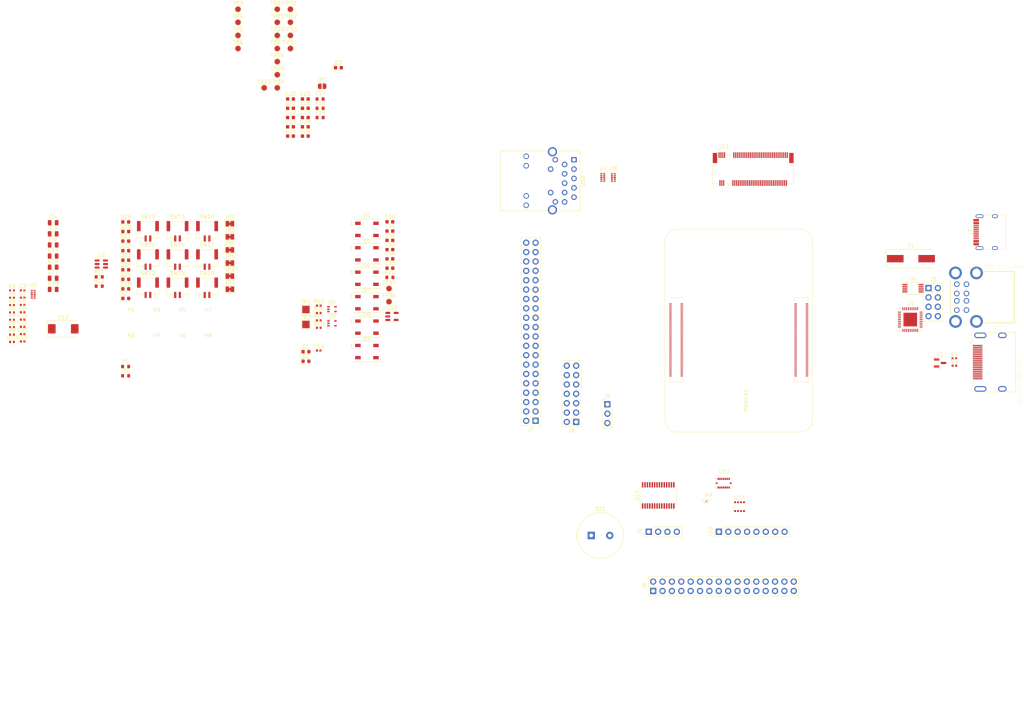
<source format=kicad_pcb>
(kicad_pcb (version 20230410) (generator pcbnew)
  (layers (0 "F.Cu" signal "Top Layer") (1 "In1.Cu" signal) (2 "In2.Cu" signal) (31 "B.Cu" signal "Bottom Layer") (34 "B.Paste" user "Bottom Paste") (35 "F.Paste" user "Top Paste") (36 "B.SilkS" user "Bottom Overlay") (37 "F.SilkS" user "Top Overlay") (38 "B.Mask" user "Bottom Solder") (39 "F.Mask" user "Top Solder") (44 "Edge.Cuts" user))
  (net 0 "")
  (net 1 "/Sensors/LED0")
  (net 2 "GND")
  (net 3 "/+5v")
  (net 4 "/CM4_HighSpeed/HDMI_5v")
  (net 5 "Net-(U3-XTALIN{slash}CLKIN)")
  (net 6 "/+3.3v")
  (net 7 "Net-(U3-XTALOUT)")
  (net 8 "/USB2-HUB/VBUS")
  (net 9 "Net-(C19-Pad1)")
  (net 10 "Net-(D1-K)")
  (net 11 "Net-(D2-K)")
  (net 12 "Net-(D3-K)")
  (net 13 "Net-(D3-A)")
  (net 14 "Net-(D4-DOUT)")
  (net 15 "Net-(D4-DIN)")
  (net 16 "Net-(D5-DOUT)")
  (net 17 "Net-(D19-K)")
  (net 19 "Net-(D6-DOUT)")
  (net 20 "Net-(D19-A)")
  (net 22 "Net-(D7-DOUT)")
  (net 23 "Net-(D20-K)")
  (net 25 "Net-(D8-DOUT)")
  (net 26 "Net-(D20-A)")
  (net 29 "Net-(D21-K)")
  (net 30 "/CM4_HighSpeed/HDMI0_HOTPLUG")
  (net 31 "/CM4_HighSpeed/HDMI0_SDA")
  (net 32 "/CM4_HighSpeed/HDMI0_SCL")
  (net 34 "/CM4_HighSpeed/HDMI0_CEC")
  (net 35 "/CM4_HighSpeed/HDMI0_CK_N")
  (net 36 "/CM4_HighSpeed/HDMI0_CK_P")
  (net 37 "/CM4_HighSpeed/HDMI0_D0_N")
  (net 38 "/CM4_HighSpeed/HDMI0_D0_P")
  (net 39 "/CM4_HighSpeed/HDMI0_D1_N")
  (net 40 "/CM4_HighSpeed/HDMI0_D1_P")
  (net 41 "/CM4_HighSpeed/HDMI0_D2_N")
  (net 42 "/CM4_HighSpeed/HDMI0_D2_P")
  (net 43 "/USB2-HUB/CC1")
  (net 44 "/USB2-HUB/USBD_P")
  (net 45 "/USB2-HUB/USBD_N")
  (net 47 "/USB2-HUB/CC2")
  (net 50 "/USB2-HUB/HD3_N")
  (net 51 "/USB2-HUB/HD4_N")
  (net 52 "/USB2-HUB/HD3_P")
  (net 53 "/USB2-HUB/HD4_P")
  (net 54 "/USB2-HUB/HD1_N")
  (net 55 "/USB2-HUB/HD1_P")
  (net 56 "/USB2-HUB/HD2_N")
  (net 57 "/USB2-HUB/HD2_P")
  (net 58 "/CM4_GPIO ( Ethernet, GPIO, SDCARD)/nRPIBOOT")
  (net 59 "/CM4_GPIO ( Ethernet, GPIO, SDCARD)/EEPROM_nWP")
  (net 60 "/CM4_GPIO ( Ethernet, GPIO, SDCARD)/AIN0")
  (net 61 "/CM4_GPIO ( Ethernet, GPIO, SDCARD)/AIN1")
  (net 62 "/CM4_GPIO ( Ethernet, GPIO, SDCARD)/SYNC_IN")
  (net 63 "/CM4_GPIO ( Ethernet, GPIO, SDCARD)/SYNC_OUT")
  (net 64 "/CM4_GPIO ( Ethernet, GPIO, SDCARD)/TV_OUT")
  (net 65 "Net-(J5-Pin_13)")
  (net 66 "/GLOBAL_EN")
  (net 67 "/CM4_GPIO ( Ethernet, GPIO, SDCARD)/WL_nDis")
  (net 68 "/CM4_GPIO ( Ethernet, GPIO, SDCARD)/BT_nDis")
  (net 69 "/CM4_GPIO ( Ethernet, GPIO, SDCARD)/GPIO2")
  (net 70 "/CM4_GPIO ( Ethernet, GPIO, SDCARD)/GPIO3")
  (net 71 "/CM4_GPIO ( Ethernet, GPIO, SDCARD)/GPIO4")
  (net 72 "/CM4_GPIO ( Ethernet, GPIO, SDCARD)/GPIO14")
  (net 73 "/CM4_GPIO ( Ethernet, GPIO, SDCARD)/GPIO15")
  (net 74 "/CM4_GPIO ( Ethernet, GPIO, SDCARD)/GPIO17")
  (net 75 "/CM4_GPIO ( Ethernet, GPIO, SDCARD)/GPIO18")
  (net 76 "/CM4_GPIO ( Ethernet, GPIO, SDCARD)/GPIO27")
  (net 77 "/CM4_GPIO ( Ethernet, GPIO, SDCARD)/GPIO22")
  (net 78 "/CM4_GPIO ( Ethernet, GPIO, SDCARD)/GPIO23")
  (net 79 "/CM4_GPIO ( Ethernet, GPIO, SDCARD)/GPIO24")
  (net 80 "/CM4_GPIO ( Ethernet, GPIO, SDCARD)/GPIO10")
  (net 81 "/CM4_GPIO ( Ethernet, GPIO, SDCARD)/GPIO9")
  (net 82 "/CM4_GPIO ( Ethernet, GPIO, SDCARD)/GPIO25")
  (net 83 "/CM4_GPIO ( Ethernet, GPIO, SDCARD)/GPIO11")
  (net 84 "/CM4_GPIO ( Ethernet, GPIO, SDCARD)/GPIO8")
  (net 85 "/CM4_GPIO ( Ethernet, GPIO, SDCARD)/GPIO7")
  (net 86 "/CM4_GPIO ( Ethernet, GPIO, SDCARD)/ID_SD")
  (net 87 "/CM4_GPIO ( Ethernet, GPIO, SDCARD)/ID_SC")
  (net 88 "/CM4_GPIO ( Ethernet, GPIO, SDCARD)/GPIO5")
  (net 89 "/CM4_GPIO ( Ethernet, GPIO, SDCARD)/GPIO6")
  (net 90 "/CM4_GPIO ( Ethernet, GPIO, SDCARD)/GPIO12")
  (net 91 "/CM4_GPIO ( Ethernet, GPIO, SDCARD)/GPIO13")
  (net 92 "/CM4_GPIO ( Ethernet, GPIO, SDCARD)/GPIO19")
  (net 93 "/CM4_GPIO ( Ethernet, GPIO, SDCARD)/GPIO16")
  (net 94 "/CM4_GPIO ( Ethernet, GPIO, SDCARD)/GPIO26")
  (net 95 "/CM4_GPIO ( Ethernet, GPIO, SDCARD)/GPIO20")
  (net 96 "/CM4_GPIO ( Ethernet, GPIO, SDCARD)/GPIO21")
  (net 97 "/CM4_GPIO ( Ethernet, GPIO, SDCARD)/SCL0")
  (net 98 "/CM4_GPIO ( Ethernet, GPIO, SDCARD)/SDA0")
  (net 99 "Net-(JP1-B)")
  (net 100 "/CM4_GPIO ( Ethernet, GPIO, SDCARD)/TRD3_P")
  (net 101 "/CM4_GPIO ( Ethernet, GPIO, SDCARD)/TRD1_P")
  (net 102 "/CM4_GPIO ( Ethernet, GPIO, SDCARD)/TRD3_N")
  (net 103 "/CM4_GPIO ( Ethernet, GPIO, SDCARD)/TRD1_N")
  (net 104 "/CM4_GPIO ( Ethernet, GPIO, SDCARD)/TRD2_N")
  (net 105 "/CM4_GPIO ( Ethernet, GPIO, SDCARD)/TRD0_N")
  (net 106 "/CM4_GPIO ( Ethernet, GPIO, SDCARD)/TRD2_P")
  (net 107 "/CM4_GPIO ( Ethernet, GPIO, SDCARD)/TRD0_P")
  (net 108 "/CM4_GPIO ( Ethernet, GPIO, SDCARD)/ETH_LEDY")
  (net 109 "/CM4_GPIO ( Ethernet, GPIO, SDCARD)/ETH_LEDG")
  (net 111 "Net-(Module1A-PI_nLED_Activity)")
  (net 112 "/CM4_GPIO ( Ethernet, GPIO, SDCARD)/SD_CLK")
  (net 113 "/CM4_GPIO ( Ethernet, GPIO, SDCARD)/SD_DAT3")
  (net 114 "/CM4_GPIO ( Ethernet, GPIO, SDCARD)/SD_CMD")
  (net 115 "/CM4_GPIO ( Ethernet, GPIO, SDCARD)/SD_DAT0")
  (net 117 "/CM4_GPIO ( Ethernet, GPIO, SDCARD)/SD_DAT1")
  (net 119 "/CM4_GPIO ( Ethernet, GPIO, SDCARD)/SD_DAT2")
  (net 123 "/CM4_GPIO ( Ethernet, GPIO, SDCARD)/SD_PWR_ON")
  (net 124 "/CM4_GPIO ( Ethernet, GPIO, SDCARD)/Reserved")
  (net 125 "/CM4_GPIO ( Ethernet, GPIO, SDCARD)/+1.8v")
  (net 126 "/CM4_GPIO ( Ethernet, GPIO, SDCARD)/RUN_PG")
  (net 127 "/CM4_GPIO ( Ethernet, GPIO, SDCARD)/nPWR_LED")
  (net 128 "/CM4_GPIO ( Ethernet, GPIO, SDCARD)/CAM_GPIO")
  (net 129 "/nEXTRST")
  (net 130 "/CM4_HighSpeed/USBOTG_ID")
  (net 131 "/CM4_HighSpeed/PCIE_CLK_nREQ")
  (net 132 "/CM4_HighSpeed/USB2_N")
  (net 134 "/CM4_HighSpeed/USB2_P")
  (net 136 "/CM4_HighSpeed/PCIE_nRST")
  (net 187 "Net-(U3-SCL{slash}SMBCLK{slash}CFG_SEL0)")
  (net 188 "Net-(U3-SDA{slash}SMBDATA{slash}NON_REM1)")
  (net 189 "Net-(U3-SUSP_IND{slash}LOCAL_PWR{slash}NON_REM0)")
  (net 190 "Net-(U3-RBIAS)")
  (net 191 "Net-(U3-HS_IND{slash}CFG_SEL1)")
  (net 192 "Net-(U2-ILIM)")
  (net 193 "Net-(U10-LEDG_K)")
  (net 194 "Net-(U10-LEDY_K)")
  (net 195 "+3.3V")
  (net 196 "Net-(U15-Y)")
  (net 197 "/USB2-HUB/PWR1")
  (net 198 "/USB2-HUB/nOCS1")
  (net 204 "/USB2-HUB/USBH_N")
  (net 205 "/USB2-HUB/USBH_P")
  (net 207 "Net-(U5-D1+)")
  (net 208 "Net-(U5-D1-)")
  (net 214 "Net-(D21-A)")
  (net 215 "Net-(D22-A)")
  (net 216 "Net-(D23-A)")
  (net 217 "Net-(D24-A)")
  (net 218 "Net-(D25-A)")
  (net 219 "Net-(D26-A)")
  (net 220 "Net-(D27-A)")
  (net 221 "Net-(J8-Pin_2)")
  (net 222 "Net-(J8-Pin_3)")
  (net 223 "Net-(J8-Pin_4)")
  (net 224 "Net-(J8-Pin_5)")
  (net 225 "Net-(J8-Pin_6)")
  (net 226 "Net-(J8-Pin_7)")
  (net 227 "Net-(J8-Pin_8)")
  (net 228 "Net-(J8-Pin_9)")
  (net 229 "Net-(J8-Pin_10)")
  (net 230 "Net-(J8-Pin_11)")
  (net 231 "Net-(J8-Pin_12)")
  (net 232 "Net-(J8-Pin_13)")
  (net 233 "Net-(J8-Pin_14)")
  (net 234 "Net-(J8-Pin_15)")
  (net 235 "Net-(J8-Pin_16)")
  (net 240 "Net-(JP2-A)")
  (net 241 "Net-(JP3-A)")
  (net 242 "Net-(JP4-A)")
  (net 243 "Net-(R14-Pad2)")
  (net 244 "Net-(U14-~{OE})")
  (net 245 "Net-(U12-INT1)")
  (net 246 "Net-(U12-INT2)")
  (net 247 "Net-(U12-INT3)")
  (net 248 "Net-(U12-INT4)")
  (net 251 "/Connectors/RX")
  (net 252 "/Connectors/TX")
  (net 256 "/Connectors/+5v")
  (footprint "TestPoint:TestPoint_Pad_2.0x2.0mm" (layer "F.Cu") (at 33.315 93.625)
    (fp_text reference "TP2")
    (fp_text value "TestPoint")
  )
  (footprint "Resistor_SMD:R_0402_1005Metric" (layer "F.Cu") (at -46.325 86.425)
    (fp_text reference "R4")
    (fp_text value "36K 1%")
  )
  (footprint "Capacitor_SMD:C_0402_1005Metric" (layer "F.Cu") (at -43.435 88.365)
    (fp_text reference "C8")
    (fp_text value "100n")
  )
  (footprint "Connector_JST:JST_GH_BM02B-GHS-TBT_1x02-1MP_P1.25mm_Vertical" (layer "F.Cu") (at -1.475 76.035)
    (fp_text reference "SW14")
    (fp_text value "KEYSW")
  )
  (footprint "Capacitor_SMD:C_0805_2012Metric" (layer "F.Cu") (at -35.165 84.125)
    (fp_text reference "C18")
    (fp_text value "10u")
  )
  (footprint "Connector_USB:USB_C_Receptacle_HRO_TYPE-C-31-M-12" (layer "F.Cu") (at 218.95 68.62 90)
    (fp_text reference "J2")
    (fp_text value "USB_C_Receptacle_USB2.0")
  )
  (footprint "TestPoint:TestPoint_Pad_D1.5mm" (layer "F.Cu") (at 22.015 29.515)
    (fp_text reference "TP23")
    (fp_text value "~")
  )
  (footprint "Resistor_SMD:R_0402_1005Metric" (layer "F.Cu") (at 36.795 94.515)
    (fp_text reference "R16")
    (fp_text value "470R")
  )
  (footprint "MountingHole:MountingHole_2.7mm_M2.5" (layer "F.Cu") (at -14.065 100.295)
    (fp_text reference "H2")
    (fp_text value "MountingHole")
  )
  (footprint "Jumper:SolderJumper-2_P1.3mm_Bridged_Pad1.0x1.5mm" (layer "F.Cu") (at 12.715 69.885)
    (fp_text reference "JP3")
    (fp_text value "Jumper")
  )
  (footprint "LED_SMD:LED_WS2812B_PLCC4_5.0x5.0mm_P3.2mm" (layer "F.Cu") (at 49.85 94.35)
    (fp_text reference "D8")
    (fp_text value "WS2812B")
  )
  (footprint "TestPoint:TestPoint_Pad_D1.5mm" (layer "F.Cu") (at 14.915 18.865)
    (fp_text reference "TP6")
    (fp_text value "~")
  )
  (footprint "Resistor_SMD:R_0402_1005Metric" (layer "F.Cu") (at 36.795 92.525)
    (fp_text reference "R15")
    (fp_text value "470R")
  )
  (footprint "Diode_SMD:D_0603_1608Metric" (layer "F.Cu") (at -15.495 68.445)
    (fp_text reference "D20")
    (fp_text value "1N4148")
  )
  (footprint "Connector_PinHeader_2.54mm:PinHeader_2x04_P2.54mm_Vertical" (layer "F.Cu") (at 202 83.76)
    (fp_text reference "J3")
    (fp_text value "Conn_02x04")
  )
  (footprint "Package_TO_SOT_SMD:SOT-353_SC-70-5" (layer "F.Cu") (at 40.375 89.475)
    (fp_text reference "U6")
    (fp_text value "74LVC1G07SE-7")
  )
  (footprint "Capacitor_SMD:C_0402_1005Metric" (layer "F.Cu") (at -43.435 84.425)
    (fp_text reference "C3")
    (fp_text value "27pF")
  )
  (footprint "TestPoint:TestPoint_Pad_D1.5mm" (layer "F.Cu") (at 25.565 22.415)
    (fp_text reference "TP28")
    (fp_text value "~")
  )
  (footprint "Capacitor_SMD:C_0402_1005Metric" (layer "F.Cu") (at -43.435 90.335)
    (fp_text reference "C9")
    (fp_text value "100n")
  )
  (footprint "MountingHole:MountingHole_2.7mm_M2.5" (layer "F.Cu") (at -0.165 93.345)
    (fp_text reference "H5")
    (fp_text value "MountingHole")
  )
  (footprint "LED_SMD:LED_0603_1608Metric" (layer "F.Cu") (at 33.335 100.995)
    (fp_text reference "D1")
    (fp_text value "LED Green")
  )
  (footprint "MountingHole:MountingHole_2.7mm_M2.5" (layer "F.Cu") (at 6.785 93.345)
    (fp_text reference "H7")
    (fp_text value "MountingHole")
  )
  (footprint "Resistor_SMD:R_0603_1608Metric" (layer "F.Cu") (at 37.165 35.055)
    (fp_text reference "R18")
    (fp_text value "10k")
  )
  (footprint "Connector_JST:JST_GH_BM02B-GHS-TBT_1x02-1MP_P1.25mm_Vertical" (layer "F.Cu") (at -1.475 83.685)
    (fp_text reference "SW15")
    (fp_text value "KEYSW")
  )
  (footprint "Resistor_SMD:R_0402_1005Metric" (layer "F.Cu") (at -46.325 84.435)
    (fp_text reference "R3")
    (fp_text value "36K 1%")
  )
  (footprint "MountingHole:MountingHole_2.7mm_M2.5" (layer "F.Cu") (at -0.165 100.295)
    (fp_text reference "H6")
    (fp_text value "MountingHole")
  )
  (footprint "Resistor_SMD:R_0603_1608Metric" (layer "F.Cu") (at -15.535 107.535)
    (fp_text reference "R2")
    (fp_text value "10k")
  )
  (footprint "Connector_JST:JST_GH_BM02B-GHS-TBT_1x02-1MP_P1.25mm_Vertical" (layer "F.Cu") (at 6.535 68.385)
    (fp_text reference "SW16")
    (fp_text value "KEYSW")
  )
  (footprint "Package_SO:TSSOP-28_4.4x9.7mm_P0.65mm" (layer "F.Cu") (at 128.775 139.9375 90)
    (fp_text reference "U14")
    (fp_text value "PCA9685PW")
  )
  (footprint "Resistor_SMD:R_0402_1005Metric" (layer "F.Cu") (at -46.325 88.415)
    (fp_text reference "R5")
    (fp_text value "36K 1%")
  )
  (footprint "Resistor_SMD:R_0402_1005Metric" (layer "F.Cu") (at -46.325 96.375)
    (fp_text reference "R9")
    (fp_text value "2.2K 1%")
  )
  (footprint "TestPoint:TestPoint_Pad_D1.5mm" (layer "F.Cu") (at 25.565 8.215)
    (fp_text reference "TP24")
    (fp_text value "~")
  )
  (footprint "Connector_PinHeader_2.54mm:PinHeader_2x16_P2.54mm_Vertical" (layer "F.Cu") (at 127.4 165.84 90)
    (fp_text reference "J8")
    (fp_text value "Conn_02x16_Top_Bottom")
  )
  (footprint "Package_LGA:Bosch_LGA-8_3x3mm_P0.8mm_ClockwisePinNumbering" (layer "F.Cu") (at 150.8 142.9875)
    (fp_text reference "U11")
    (fp_text value "BME680")
  )
  (footprint "TestPoint:TestPoint_Pad_D1.5mm" (layer "F.Cu") (at 14.915 11.765)
    (fp_text reference "TP4")
    (fp_text value "~")
  )
  (footprint "Crystal:Crystal_SMD_HC49-SD" (layer "F.Cu") (at 197.25 75.8)
    (fp_text reference "Y1")
    (fp_text value "24MHz")
  )
  (footprint "Resistor_SMD:R_0603_1608Metric" (layer "F.Cu") (at -22.685 83.245)
    (fp_text reference "R12")
    (fp_text value "5.1k")
  )
  (footprint "Capacitor_SMD:C_0402_1005Metric" (layer "F.Cu") (at -43.435 92.305)
    (fp_text reference "C10")
    (fp_text value "100n")
  )
  (footprint "Resistor_SMD:R_0402_1005Metric" (layer "F.Cu") (at -46.325 92.395)
    (fp_text reference "R7")
    (fp_text value "36K 1%")
  )
  (footprint "LED_SMD:LED_0603_1608Metric" (layer "F.Cu") (at 33.335 103.585)
    (fp_text reference "D2")
    (fp_text value "LED Red")
  )
  (footprint "Capacitor_SMD:C_0603_1608Metric" (layer "F.Cu") (at 29.145 40.075)
    (fp_text reference "C23")
    (fp_text value "0.1uF")
  )
  (footprint "M.2_Connector:TE_2199119-8" (layer "F.Cu") (at 154.5 51.525)
    (fp_text reference "J11")
    (fp_text value "2199119-8")
  )
  (footprint "Jumper:SolderJumper-2_P1.3mm_Bridged_Pad1.0x1.5mm" (layer "F.Cu") (at 12.715 80.535)
    (fp_text reference "JP6")
    (fp_text value "Jumper")
  )
  (footprint "Connector_PinHeader_2.54mm:PinHeader_1x04_P2.54mm_Vertical" (layer "F.Cu") (at 126.2 149.8 90)
    (fp_text reference "J9")
    (fp_text value "Conn_01x04")
  )
  (footprint "Capacitor_SMD:C_0603_1608Metric" (layer "F.Cu") (at 56.065 70.835)
    (fp_text reference "C32")
    (fp_text value "0.1uF")
  )
  (footprint "MMC5603NJ:XDCR_MMC5603NJ" (layer "F.Cu") (at 141.8 141.6)
    (fp_text reference "U13")
    (fp_text value "MMC5603NJ")
  )
  (footprint "Diode_SMD:D_0603_1608Metric" (layer "F.Cu") (at -15.495 78.805)
    (fp_text reference "D24")
    (fp_text value "1N4148")
  )
  (footprint "Diode_SMD:D_0603_1608Metric" (layer "F.Cu") (at -15.495 71.035)
    (fp_text reference "D21")
    (fp_text value "1N4148")
  )
  (footprint "Capacitor_SMD:C_0603_1608Metric" (layer "F.Cu") (at 29.145 35.055)
    (fp_text reference "C21")
    (fp_text value "100nF")
  )
  (footprint "Resistor_SMD:R_0603_1608Metric" (layer "F.Cu") (at 56.065 80.875)
    (fp_text reference "R20")
    (fp_text value "470")
  )
  (footprint "Connector_JST:JST_GH_BM02B-GHS-TBT_1x02-1MP_P1.25mm_Vertical" (layer "F.Cu") (at 6.535 76.035)
    (fp_text reference "SW17")
    (fp_text value "KEYSW")
  )
  (footprint "Package_TO_SOT_SMD:SOT-23-5" (layer "F.Cu") (at 56.635 91.455)
    (fp_text reference "U15")
    (fp_text value "SN74LV1T34DBV")
  )
  (footprint "Diode_SMD:D_0603_1608Metric" (layer "F.Cu") (at -15.495 83.985)
    (fp_text reference "D26")
    (fp_text value "1N4148")
  )
  (footprint "LED_SMD:LED_WS2812B_PLCC4_5.0x5.0mm_P3.2mm" (layer "F.Cu") (at 49.85 74.49)
    (fp_text reference "D5")
    (fp_text value "WS2812B")
  )
  (footprint "Jumper:SolderJumper-2_P1.3mm_Bridged_Pad1.0x1.5mm" (layer "F.Cu") (at 12.715 66.335)
    (fp_text reference "JP2")
    (fp_text value "Jumper")
  )
  (footprint "Connector_PinHeader_2.54mm:PinHeader_1x03_P2.54mm_Vertical" (layer "F.Cu") (at 115 115.26)
    (fp_text reference "J6")
    (fp_text value "Conn_01x03")
  )
  (footprint "Resistor_SMD:R_0402_1005Metric" (layer "F.Cu") (at -46.325 90.405)
    (fp_text reference "R6")
    (fp_text value "12K 1%")
  )
  (footprint "Package_SON:USON-10_2.5x1.0mm_P0.5mm" (layer "F.Cu") (at 116.615 53.8)
    (fp_text reference "U8")
    (fp_text value "TPD4EUSB30")
  )
  (footprint "Diode_SMD:D_0603_1608Metric" (layer "F.Cu") (at -15.495 86.575)
    (fp_text reference "D27")
    (fp_text value "1N4148")
  )
  (footprint "Diode_SMD:D_0603_1608Metric" (layer "F.Cu") (at 42.135 24.055)
    (fp_text reference "D3")
    (fp_text value "1N4148")
  )
  (footprint "MountingHole:MountingHole_2.7mm_M2.5" (layer "F.Cu") (at -7.115 93.345)
    (fp_text reference "H3")
    (fp_text value "MountingHole")
  )
  (footprint "TestPoint:TestPoint_Pad_D1.5mm" (layer "F.Cu") (at 29.115 18.865)
    (fp_text reference "TP34")
    (fp_text value "~")
  )
  (footprint "TestPoint:TestPoint_Pad_D1.5mm" (layer "F.Cu") (at 25.565 15.315)
    (fp_text reference "TP26")
    (fp_text value "~")
  )
  (footprint "Capacitor_SMD:C_0603_1608Metric" (layer "F.Cu") (at 56.065 68.325)
    (fp_text reference "C31")
    (fp_text value "0.1uF")
  )
  (footprint "Resistor_SMD:R_0402_1005Metric" (layer "F.Cu") (at -46.325 98.365)
    (fp_text reference "R10")
    (fp_text value "2.2K 1%")
  )
  (footprint "Capacitor_SMD:C_0805_2012Metric" (layer "F.Cu") (at -35.165 72.085)
    (fp_text reference "C6")
    (fp_text value "10u")
  )
  (footprint "Capacitor_SMD:C_0603_1608Metric" (layer "F.Cu") (at 33.155 37.565)
    (fp_text reference "C27")
    (fp_text value "10uF")
  )
  (footprint "LED_SMD:LED_WS2812B_PLCC4_5.0x5.0mm_P3.2mm" (layer "F.Cu") (at 49.85 100.97)
    (fp_text reference "D9")
    (fp_text value "WS2812B")
  )
  (footprint "Jumper:SolderJumper-2_P1.3mm_Open_RoundedPad1.0x1.5mm" (layer "F.Cu") (at 37.715 29.085)
    (fp_text reference "JP1")
    (fp_text value "TO_GND")
  )
  (footprint "Capacitor_SMD:C_0603_1608Metric" (layer "F.Cu") (at 33.155 35.055)
    (fp_text reference "C26")
    (fp_text value "10uF")
  )
  (footprint "TestPoint:TestPoint_Pad_D1.5mm" (layer "F.Cu") (at 29.115 8.215)
    (fp_text reference "TP31")
    (fp_text value "~")
  )
  (footprint "Capacitor_SMD:C_0402_1005Metric" (layer "F.Cu") (at -43.435 94.275)
    (fp_text reference "C11")
    (fp_text value "100n")
  )
  (footprint "Resistor_SMD:R_0603_1608Metric" (layer "F.Cu") (at 37.165 37.565)
    (fp_text reference "R19")
    (fp_text value "10k")
  )
  (footprint "TestPoint:TestPoint_Pad_D1.5mm" (layer "F.Cu") (at 25.565 29.515)
    (fp_text reference "TP30")
    (fp_text value "~")
  )
  (footprint "Capacitor_SMD:C_0603_1608Metric" (layer "F.Cu") (at 33.155 42.585)
    (fp_text reference "C29")
    (fp_text value "100nF")
  )
  (footprint "Capacitor_SMD:C_0603_1608Metric" (layer "F.Cu") (at 29.145 37.565)
    (fp_text reference "C22")
    (fp_text value "10uF")
  )
  (footprint "Jumper:SolderJumper-2_P1.3mm_Bridged_Pad1.0x1.5mm" (layer "F.Cu") (at 12.715 73.435)
    (fp_text reference "JP4")
    (fp_text value "Jumper")
  )
  (footprint "Capacitor_SMD:C_0805_2012Metric" (layer "F.Cu") (at -35.165 66.065)
    (fp_text reference "C4")
    (fp_text value "10u")
  )
  (footprint "TestPoint:TestPoint_Pad_D1.5mm" (layer "F.Cu") (at 29.115 11.765)
    (fp_text reference "TP32")
    (fp_text value "~")
  )
  (footprint "Capacitor_SMD:C_0402_1005Metric" (layer "F.Cu") (at -43.435 86.395)
    (fp_text reference "C7")
    (fp_text value "27pF")
  )
  (footprint "Package_SO:MSOP-10_3x3mm_P0.5mm" (layer "F.Cu") (at 197.8 83.8)
    (fp_text reference "U4")
    (fp_text value "FSUSB42MUX")
  )
  (footprint "Capacitor_SMD:C_0603_1608Metric" (layer "F.Cu") (at 29.145 32.545)
    (fp_text reference "C20")
    (fp_text value "10uF")
  )
  (footprint "Capacitor_SMD:C_0805_2012Metric" (layer "F.Cu") (at -35.165 81.115)
    (fp_text reference "C17")
    (fp_text value "10u")
  )
  (footprint "Connector_JST:JST_GH_BM02B-GHS-TBT_1x02-1MP_P1.25mm_Vertical" (layer "F.Cu") (at -9.485 83.685)
    (fp_text reference "SW12")
    (fp_text value "KEYSW")
  )
  (footprint "Resistor_SMD:R_0603_1608Metric" (layer "F.Cu") (at -15.535 105.025)
    (fp_text reference "R1")
    (fp_text value "10k")
  )
  (footprint "Resistor_SMD:R_0402_1005Metric" (layer "F.Cu") (at 36.795 90.535)
    (fp_text reference "R14")
    (fp_text value "1k")
  )
  (footprint "TestPoint:TestPoint_Pad_D1.5mm" (layer "F.Cu") (at 14.915 15.315)
    (fp_text reference "TP5")
    (fp_text value "~")
  )
  (footprint "Resistor_SMD:R_0603_1608Metric" (layer "F.Cu") (at -22.685 80.735)
    (fp_text reference "R11")
    (fp_text value "5.1k")
  )
  (footprint "Connector_PinHeader_2.54mm:PinHeader_1x08_P2.54mm_Vertical" (layer "F.Cu") (at 145.22 149.8 90)
    (fp_text reference "J10")
    (fp_text value "Conn_01x08")
  )
  (footprint "Connector_PinHeader_2.54mm:PinHeader_2x20_P2.54mm_Vertical" (layer "F.Cu") (at 95.54 119.74 180)
    (fp_text reference "J7")
    (fp_text value "THD-20-R")
  )
  (footprint "Jumper:SolderJumper-2_P1.3mm_Bridged_Pad1.0x1.5mm" (layer "F.Cu") (at 12.715 76.985)
    (fp_text reference "JP5")
    (fp_text value "Jumper")
  )
  (footprint "Package_SON:USON-10_2.5x1.0mm_P0.5mm" (layer "F.Cu") (at -40.565 85.465)
    (fp_text reference "U5")
    (fp_text value "TPD4EUSB30")
  )
  (footprint "Resistor_SMD:R_0603_1608Metric" (layer "F.Cu") (at 37.165 32.545)
    (fp_text reference "R17")
    (fp_text value "10k")
  )
  (footprint "CM4IO:EDAC 690-019-298-412" (layer "F.Cu") (at 216.04325 103.825 90)
    (fp_text reference "J1")
    (fp_text value "690-019-298-412")
  )
  (footprint "Capacitor_SMD:C_0603_1608Metric" (layer "F.Cu") (at 56.065 73.345)
    (fp_text reference "C33")
    (fp_text value "0.1uF")
  )
  (footprint "Capacitor_SMD:C_0805_2012Metric" (layer "F.Cu") (at -35.165 69.075)
    (fp_text reference "C5")
    (fp_text value "10u")
  )
  (footprint "MountingHole:MountingHole_2.7mm_M2.5" (layer "F.Cu") (at 6.785 100.295)
    (fp_text reference "H8")
    (fp_text value "MountingHole")
  )
  (footprint "Diode_SMD:D_0603_1608Metric" (layer "F.Cu") (at -15.495 76.215)
    (fp_text reference "D23")
    (fp_text value "1N4148")
  )
  (footprint "CM4IO:MOLEX_USB_67298-4090" (layer "F.Cu") (at 215 86.23 90)
    (fp_text reference "J4")
    (fp_text value "690-008-221-904")
  )
  (footprint "Capacitor_SMD:C_0603_1608Metric" (layer "F.Cu") (at 33.155 32.545)
    (fp_text reference "C25")
    (fp_text value "100nF")
  )
  (footprint "LED_SMD:LED_WS2812B_PLCC4_5.0x5.0mm_P3.2mm" (layer "F.Cu") (at 49.85 67.87)
    (fp_text reference "D4")
    (fp_text value "WS2812B")
  )
  (footprint "LED_SMD:LED_WS2812B_PLCC4_5.0x5.0mm_P3.2mm" (layer "F.Cu") (at 49.85 81.11)
    (fp_text reference "D6")
    (fp_text value "WS2812B")
  )
  (footprint "Package_SON:USON-10_2.5x1.0mm_P0.5mm" (layer "F.Cu") (at 113.745 53.8)
    (fp_text reference "U7")
    (fp_text value "TPD4EUSB30")
  )
  (footprint "Package_TO_SOT_SMD:SOT-23-6" (layer "F.Cu") (at -22.115 77.255)
    (fp_text reference "U2")
    (fp_text value "AP22653W6")
  )
  (footprint "TestPoint:TestPoint_Pad_D1.5mm" (layer "F.Cu") (at 25.565 11.765)
    (fp_text reference "TP25")
    (fp_text value "~")
  )
  (footprint "Resistor_SMD:R_0402_1005Metric" (layer "F.Cu") (at 36.795 88.545)
    (fp_text reference "R13")
    (fp_text value "1k")
  )
  (footprint "MountingHole:MountingHole_2.7mm_M2.5" (layer "F.Cu") (at -14.065 93.345)
    (fp_text reference "H1")
    (fp_text value "MountingHole")
  )
  (footprint "CM4IO:Raspberry-Pi-4-Compute-Module" (layer "F.Cu") (at 134.08 119.3)
    (fp_text reference "Module1")
    (fp_text value "ComputeModule4")
  )
  (footprint "CM4IO:TRJG0926HENL" (layer "F.Cu") (at 97.06 54.71 -90)
    (fp_text reference "U10")
    (fp_text value "MagJack-A70-112-331N126")
  )
  (footprint "Capacitor_SMD:C_0603_1608Metric" (layer "F.Cu") (at 56.065 75.855)
    (fp_text reference "C34")
    (fp_text value "0.1uF")
  )
  (footprint "TestPoint:TestPoint_Pad_D1.5mm" (layer "F.Cu") (at 25.565 18.865)
    (fp_text reference "TP27")
    (fp_text value "~")
  )
  (footprint "Capacitor_Tantalum_SMD:CP_EIA-7343-31_Kemet-D" (layer "F.Cu") (at -32.42 94.805)
    (fp_text reference "C12")
    (fp_text value "100uF")
  )
  (footprint "Capacitor_SMD:C_0805_2012Metric" (layer "F.Cu") (at -35.165 78.105)
    (fp_text reference "C16")
    (fp_text value "10u")
  )
  (footprint "Connector_JST:JST_GH_BM02B-GHS-TBT_1x02-1MP_P1.25mm_Vertical" (layer "F.Cu") (at -9.485 68.385)
    (fp_text reference "SW10")
    (fp_text value "KEYSW")
  )
  (footprint "TestPoint:TestPoint_Pad_2.0x2.0mm" (layer "F.Cu") (at 33.315 89.575)
    (fp_text reference "TP1")
    (fp_text value "TestPoint")
  )
  (footprint "TestPoint:TestPoint_Pad_D1.5mm" (layer "F.Cu") (at 55.835 87.455)
    (fp_text reference "TP36")
    (fp_text value "~")
  )
  (footprint "Connector_JST:JST_GH_BM02B-GHS-TBT_1x02-1MP_P1.25mm_Vertical" (layer "F.Cu") (at 6.535 83.685)
    (fp_text reference "SW18")
    (fp_text value "KEYSW")
  )
  (footprint "Connector_JST:JST_GH_BM02B-GHS-TBT_1x02-1MP_P1.25mm_Vertical" (layer "F.Cu") (at -9.485 76.035)
    (fp_text reference "SW11")
    (fp_text value "KEYSW")
  )
  (footprint "TestPoint:TestPoint_Pad_D1.5mm" (layer "F.Cu") (at 29.115 15.315)
    (fp_text reference "TP33")
    (fp_text value "~")
  )
  (footprint "Diode_SMD:D_0603_1608Metric" (layer "F.Cu") (at -15.495 81.395)
    (fp_text reference "D25")
    (fp_text value "1N4148")
  )
  (footprint "Capacitor_SMD:C_0603_1608Metric" (layer "F.Cu") (at 56.065 78.365)
    (fp_text reference "C35")
    (fp_text value "0.1uF")
  )
  (footprint "Capacitor_SMD:C_0402_1005Metric" (layer "F.Cu") (at -43.435 98.215)
    (fp_text reference "C15")
    (fp_text value "100n")
  )
  (footprint "Capacitor_SMD:C_0402_1005Metric" (layer "F.Cu") (at 36.775 100.685)
    (fp_text reference "C19")
    (fp_text value "100n")
  )
  (footprint "Package_DFN_QFN:QFN-36-1EP_6x6mm_P0.5mm_EP3.7x3.7mm" (layer "F.Cu") (at 197.0625 92.3)
    (fp_text reference "U3")
    (fp_text value "USB2514B-I/M2")
  )
  (footprint "Capacitor_SMD:C_0402_1005Metric" (layer "F.Cu") (at -43.435 96.245)
    (fp_text reference "C13")
    (fp_text value "100n")
  )
  (footprint "Connector_JST:JST_GH_BM02B-GHS-TBT_1x02-1MP_P1.25mm_Vertical" (layer "F.Cu") (at -1.475 68.385)
    (fp_text reference "SW13")
    (fp_text value "KEYSW")
  )
  (footprint "Diode_SMD:D_0603_1608Metric" (layer "F.Cu") (at -15.495 65.855)
    (fp_text reference "D19")
    (fp_text value "1N4148")
  )
  (footprint "MountingHole:MountingHole_2.7mm_M2.5" (layer "F.Cu") (at -7.115 100.295)
    (fp_text reference "H4")
    (fp_text value "MountingHole")
  )
  (footprint "Capacitor_SMD:C_0805_2012Metric" (layer "F.Cu") (at -35.165 75.095)
    (fp_text reference "C14")
    (fp_text value "10u")
  )
  (footprint "Connector_PinHeader_2.54mm:PinHeader_2x07_P2.54mm_Vertical" (layer "F.Cu") (at 106.54 120.04 180)
    (fp_text reference "J5")
    (fp_text value "Conn_02x07_Odd_Even")
  )
  (footprint "Capacitor_SMD:C_0603_1608Metric" (layer "F.Cu") (at 56.065 65.815)
    (fp_text reference "C30")
    (fp_text value "0.1uF")
  )
  (footprint "Resistor_SMD:R_0402_1005Metric" (layer "F.Cu") (at -46.325 94.385)
    (fp_text reference "R8")
    (fp_text value "15K 1%")
  )
  (footprint "Jumper:SolderJumper-2_P1.3mm_Bridged_Pad1.0x1.5mm" (layer "F.Cu") (at 12.715 84.085)
    (fp_text reference "JP7")
    (fp_text value "Jumper")
  )
  (footprint "TestPoint:TestPoint_Pad_D1.5mm" (layer "F.Cu") (at 55.835 83.905)
    (fp_text reference "TP35")
    (fp_text value "~")
  )
  (footprint "Capacitor_SMD:C_0402_1005Metric" (layer "F.Cu") (at 209.02 104.8)
    (fp_text reference "C2")
    (fp_text value "100n")
  )
  (footprint "Diode_SMD:D_0603_1608Metric" (layer "F.Cu") (at -15.495 73.625)
    (fp_text reference "D22")
    (fp_text value "1N4148")
  )
  (footprint "Buzzer_Beeper:Buzzer_TDK_PS1240P02BT_D12.2mm_H6.5mm" (layer "F.Cu") (at 110.629216 150.8)
    (fp_text reference "BZ1")
    (fp_text value "Buzzer")
  )
  (footprint "TestPoint:TestPoint_Pad_D1.5mm" (layer "F.Cu") (at 14.915 8.215)
    (fp_text reference "TP3")
    (fp_text value "~")
  )
  (footprint "LED_SMD:LED_WS2812B_PLCC4_5.0x5.0mm_P3.2mm" (layer "F.Cu") (at 49.85 87.73)
    (fp_text reference "D7")
    (fp_text value "WS2812B")
  )
  (footprint "BMI088:PQFN50P450X300X100-16N" (layer "F.Cu") (at 146.5 136.635)
    (fp_text reference "U12")
    (fp_text value "BMI088")
  )
  (footprint "Package_TO_SOT_SMD:SOT-353_SC-70-5" (layer "F.Cu") (at 40.375 93.325)
    (fp_text reference "U9")
    (fp_text value "74LVC1G07SE-7")
  )
  (footprint "TestPoint:TestPoint_Pad_D1.5mm" (layer "F.Cu") (at 25.565 25.965)
    (fp_text reference "TP29")
    (fp_text value "~")
  )
  (footprint "Capacitor_SMD:C_0402_1005Metric" (layer "F.Cu") (at 209.02 102.83)
    (fp_text reference "C1")
    (fp_text value "100n")
  )
  (footprint "Capacitor_SMD:C_0603_1608Metric" (layer "F.Cu") (at 33.155 40.075)
    (fp_text reference "C28")
    (fp_text value "1uF")
  )
  (footprint "Capacitor_SMD:C_0603_1608Metric" (layer "F.Cu") (at 29.145 42.585)
    (fp_text reference "C24")
    (fp_text value "10uF")
  )
  (footprint "Package_TO_SOT_SMD:SOT-23" (layer "F.Cu") (at 205.14 104.07)
    (fp_text reference "U1")
    (fp_text value "RT9742SNGV")
  )
)
</source>
